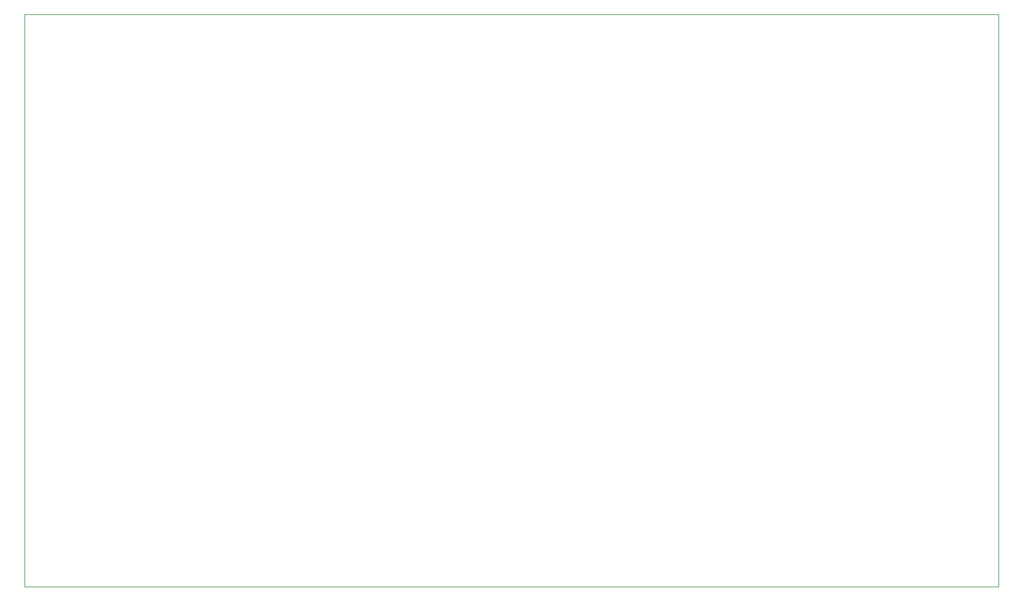
<source format=gbr>
G04 #@! TF.GenerationSoftware,KiCad,Pcbnew,(5.1.5)-3*
G04 #@! TF.CreationDate,2020-04-11T16:11:48+03:00*
G04 #@! TF.ProjectId,stendas,7374656e-6461-4732-9e6b-696361645f70,rev?*
G04 #@! TF.SameCoordinates,Original*
G04 #@! TF.FileFunction,Profile,NP*
%FSLAX46Y46*%
G04 Gerber Fmt 4.6, Leading zero omitted, Abs format (unit mm)*
G04 Created by KiCad (PCBNEW (5.1.5)-3) date 2020-04-11 16:11:48*
%MOMM*%
%LPD*%
G04 APERTURE LIST*
%ADD10C,0.050000*%
G04 APERTURE END LIST*
D10*
X83000000Y-145000000D02*
X83000000Y-64000000D01*
X221000000Y-145000000D02*
X83000000Y-145000000D01*
X221000000Y-64000000D02*
X221000000Y-145000000D01*
X83000000Y-64000000D02*
X221000000Y-64000000D01*
M02*

</source>
